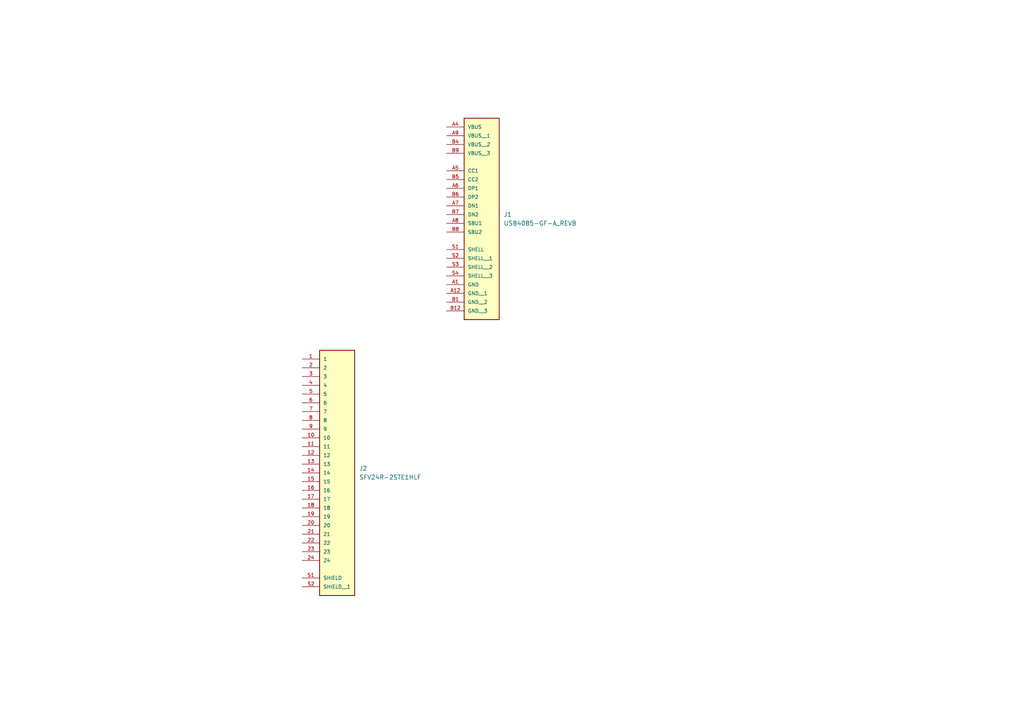
<source format=kicad_sch>
(kicad_sch (version 20250114) (generator "eeschema") (generator_version "9.0")
  (paper "A4")
  (lib_symbols
    (symbol "SFV24R-2STE1HLF:SFV24R-2STE1HLF" (pin_names (offset 1.016))
      (property "Reference" "J" (at -5.08 36.068 0))
      (property "Value" "SFV24R-2STE1HLF" (at -5.08 -38.1 0))
      (symbol "SFV24R-2STE1HLF_0_0"
        (rectangle (start -5.08 -35.56) (end 5.08 35.56) (stroke (width 0.254)) (fill (type background)))
        (pin passive line (at -10.16 33.02 0) (length 5.08) (name "1") (number "1"))
        (pin passive line (at -10.16 30.48 0) (length 5.08) (name "2") (number "2"))
        (pin passive line (at -10.16 27.94 0) (length 5.08) (name "3") (number "3"))
        (pin passive line (at -10.16 25.4 0) (length 5.08) (name "4") (number "4"))
        (pin passive line (at -10.16 22.86 0) (length 5.08) (name "5") (number "5"))
        (pin passive line (at -10.16 20.32 0) (length 5.08) (name "6") (number "6"))
        (pin passive line (at -10.16 17.78 0) (length 5.08) (name "7") (number "7"))
        (pin passive line (at -10.16 15.24 0) (length 5.08) (name "8") (number "8"))
        (pin passive line (at -10.16 12.7 0) (length 5.08) (name "9") (number "9"))
        (pin passive line (at -10.16 10.16 0) (length 5.08) (name "10") (number "10"))
        (pin passive line (at -10.16 7.62 0) (length 5.08) (name "11") (number "11"))
        (pin passive line (at -10.16 5.08 0) (length 5.08) (name "12") (number "12"))
        (pin passive line (at -10.16 2.54 0) (length 5.08) (name "13") (number "13"))
        (pin passive line (at -10.16 0 0) (length 5.08) (name "14") (number "14"))
        (pin passive line (at -10.16 -2.54 0) (length 5.08) (name "15") (number "15"))
        (pin passive line (at -10.16 -5.08 0) (length 5.08) (name "16") (number "16"))
        (pin passive line (at -10.16 -7.62 0) (length 5.08) (name "17") (number "17"))
        (pin passive line (at -10.16 -10.16 0) (length 5.08) (name "18") (number "18"))
        (pin passive line (at -10.16 -12.7 0) (length 5.08) (name "19") (number "19"))
        (pin passive line (at -10.16 -15.24 0) (length 5.08) (name "20") (number "20"))
        (pin passive line (at -10.16 -17.78 0) (length 5.08) (name "21") (number "21"))
        (pin passive line (at -10.16 -20.32 0) (length 5.08) (name "22") (number "22"))
        (pin passive line (at -10.16 -22.86 0) (length 5.08) (name "23") (number "23"))
        (pin passive line (at -10.16 -25.4 0) (length 5.08) (name "24") (number "24"))
        (pin passive line (at -10.16 -30.48 0) (length 5.08) (name "SHIELD") (number "S1"))
        (pin passive line (at -10.16 -33.02 0) (length 5.08) (name "SHIELD__1") (number "S2"))
      )
    )
    (symbol "USB4085-GF-A_REVB:USB4085-GF-A_REVB" (pin_names (offset 1.016))
      (property "Reference" "J" (at -5.08 18.288 0))
      (property "Value" "USB4085-GF-A_REVB" (at -5.08 -43.18 0))
      (symbol "USB4085-GF-A_REVB_0_0"
        (rectangle (start -5.08 -40.64) (end 5.08 17.78) (stroke (width 0.254)) (fill (type background)))
        (pin power_in line (at -10.16 15.24 0) (length 5.08) (name "VBUS") (number "A4"))
        (pin power_in line (at -10.16 12.7 0) (length 5.08) (name "VBUS__1") (number "A9"))
        (pin power_in line (at -10.16 10.16 0) (length 5.08) (name "VBUS__2") (number "B4"))
        (pin power_in line (at -10.16 7.62 0) (length 5.08) (name "VBUS__3") (number "B9"))
        (pin bidirectional line (at -10.16 2.54 0) (length 5.08) (name "CC1") (number "A5"))
        (pin bidirectional line (at -10.16 0 0) (length 5.08) (name "CC2") (number "B5"))
        (pin bidirectional line (at -10.16 -2.54 0) (length 5.08) (name "DP1") (number "A6"))
        (pin bidirectional line (at -10.16 -5.08 0) (length 5.08) (name "DP2") (number "B6"))
        (pin bidirectional line (at -10.16 -7.62 0) (length 5.08) (name "DN1") (number "A7"))
        (pin bidirectional line (at -10.16 -10.16 0) (length 5.08) (name "DN2") (number "B7"))
        (pin bidirectional line (at -10.16 -12.7 0) (length 5.08) (name "SBU1") (number "A8"))
        (pin bidirectional line (at -10.16 -15.24 0) (length 5.08) (name "SBU2") (number "B8"))
        (pin passive line (at -10.16 -20.32 0) (length 5.08) (name "SHELL") (number "S1"))
        (pin passive line (at -10.16 -22.86 0) (length 5.08) (name "SHELL__1") (number "S2"))
        (pin passive line (at -10.16 -25.4 0) (length 5.08) (name "SHELL__2") (number "S3"))
        (pin passive line (at -10.16 -27.94 0) (length 5.08) (name "SHELL__3") (number "S4"))
        (pin power_in line (at -10.16 -30.48 0) (length 5.08) (name "GND") (number "A1"))
        (pin power_in line (at -10.16 -33.02 0) (length 5.08) (name "GND__1") (number "A12"))
        (pin power_in line (at -10.16 -35.56 0) (length 5.08) (name "GND__2") (number "B1"))
        (pin power_in line (at -10.16 -38.1 0) (length 5.08) (name "GND__3") (number "B12"))
      )
    )
  )
  (symbol (lib_id "USB4085-GF-A_REVB:USB4085-GF-A_REVB") (at 139.7 52.07 0) (unit 1)
    (property "Reference" "J1" (at 146.05 62.2299 0) (effects (justify left)))
    (property "Value" "USB4085-GF-A_REVB" (at 146.05 64.7699 0) (effects (justify left)))
    (property "Footprint" "USB4085-GF-A_REVB:GCT_USB4085-GF-A_REVB" (effects (hide yes)))
    (property "PARTREV" "B" (effects (hide yes)))
    (property "STANDARD" "Manufacturer Recommendations" (effects (hide yes)))
    (property "SNAPEDA_PN" "USB4085-GF-A" (effects (hide yes)))
    (property "MAXIMUM_PACKAGE_HEIGHT" "3.16mm" (effects (hide yes)))
    (property "MANUFACTURER" "Global Connector Technology" (effects (hide yes)))
  )
  (symbol (lib_id "SFV24R-2STE1HLF:SFV24R-2STE1HLF") (at 97.79 137.16 0) (unit 1)
    (property "Reference" "J2" (at 104.14 135.8899 0) (effects (justify left)))
    (property "Value" "SFV24R-2STE1HLF" (at 104.14 138.4299 0) (effects (justify left)))
    (property "Footprint" "SFV24R-2STE1HLF:AMPHENOL_SFV24R-2STE1HLF" (effects (hide yes)))
    (property "PARTREV" "C" (effects (hide yes)))
    (property "MANUFACTURER" "Amphenol" (effects (hide yes)))
    (property "SNAPEDA_PN" "SFV24R-2STE1HLF" (effects (hide yes)))
    (property "MAXIMUM_PACKAGE_HEIGHT" "2 mm" (effects (hide yes)))
    (property "STANDARD" "Manufacturer Recommendations" (effects (hide yes)))
  )
)
</source>
